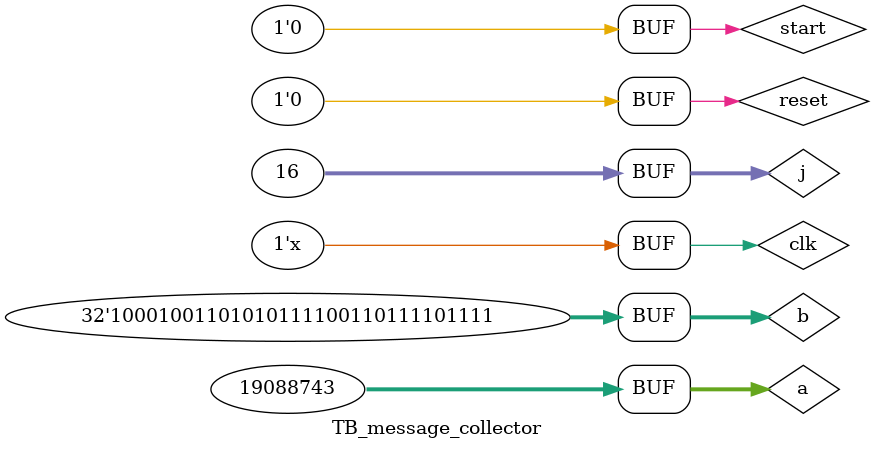
<source format=v>

module TB_message_collector;
  
    reg clk;
    reg reset;
    reg start;
    reg [31:0] a;
    reg [31:0] b;
    wire [511:0] message; 
  
    MessageCollector U1(
        clk, reset, start,  // Execution inputs
        a, b,               // Data inputs
        message             // Message output 
    );
    
    initial begin
        clk = 1;
        reset = 1;
        start = 0;
        a = 32'd0;
        b = 32'd0;
    end
    
    always #100 clk = ~clk;
    
    // For testing purposes, using instructed base message in testbench
    // "XXXX Keep your FPGA spinning!", which is 232 bits (29 bytes x 8)    
    
    parameter WORD_SIZE = 32;
    parameter TOTAL_WORDS = 16;
    parameter BASE_MESSAGE = "XXXX Keep your FPGA spinning!";
    parameter [WORD_SIZE*TOTAL_WORDS-1:0] MESSAGE = 
        {BASE_MESSAGE,152'h0,4'h8,60'h0,32'h00000000,32'h00000180};
    
    integer j;
    
    initial begin
        // Test changing input with start disabled
        for (j = 0; j < TOTAL_WORDS; j = j + 2) begin
            #200 reset = 0;
            start = 0;
            a = MESSAGE[((WORD_SIZE*TOTAL_WORDS-1)-(j*WORD_SIZE))-:WORD_SIZE];
            b = MESSAGE[((WORD_SIZE*TOTAL_WORDS-1)-((j+1)*WORD_SIZE))-:WORD_SIZE];
            
            #200 start = 0;
        end
    
        // Test sending the message we have defined
        for (j = 0; j < TOTAL_WORDS; j = j + 2) begin
            #200 reset = 0;
            start = 1;
            a = MESSAGE[((WORD_SIZE*TOTAL_WORDS-1)-(j*WORD_SIZE))-:WORD_SIZE];
            b = MESSAGE[((WORD_SIZE*TOTAL_WORDS-1)-((j+1)*WORD_SIZE))-:WORD_SIZE];
            
            #200 start = 0;
        end
        
        // Test the reset
        #200 reset = 1;
        #200 reset = 0;
        
        // Test sending the message we have defined (again)
        for (j = 0; j < TOTAL_WORDS; j = j + 2) begin
            #200 reset = 0;
            start = 1;
            a = MESSAGE[((WORD_SIZE*TOTAL_WORDS-1)-(j*WORD_SIZE))-:WORD_SIZE];
            b = MESSAGE[((WORD_SIZE*TOTAL_WORDS-1)-((j+1)*WORD_SIZE))-:WORD_SIZE];
            
            #200 start = 0;
        end
        
        // Test sending an override series of bytes
        for (j = 0; j < TOTAL_WORDS; j = j + 2) begin
            #200 reset = 0;
            start = 1;
            a = 32'h01234567;
            b = 32'h89ABCDEF;
            
            #200 start = 0;
        end
        
        
    end
  
endmodule

</source>
